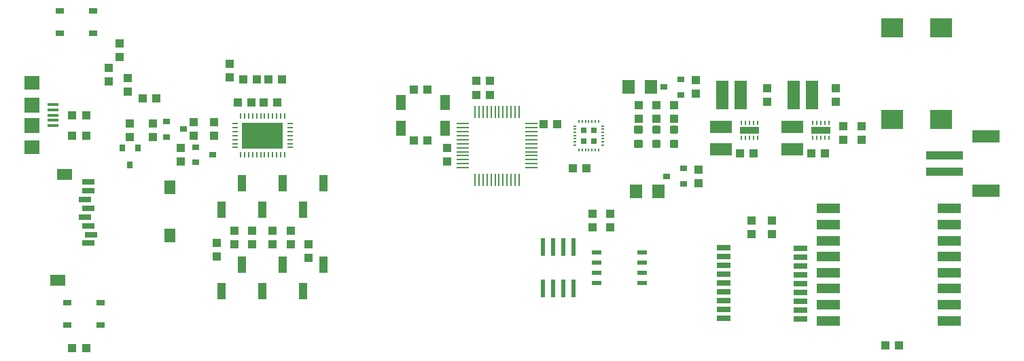
<source format=gtp>
G75*
%MOIN*%
%OFA0B0*%
%FSLAX25Y25*%
%IPPOS*%
%LPD*%
%AMOC8*
5,1,8,0,0,1.08239X$1,22.5*
%
%ADD10R,0.10630X0.06299*%
%ADD11R,0.04331X0.03937*%
%ADD12R,0.03937X0.04331*%
%ADD13C,0.01181*%
%ADD14R,0.06299X0.07087*%
%ADD15R,0.02362X0.08661*%
%ADD16R,0.05512X0.01378*%
%ADD17R,0.07480X0.07087*%
%ADD18R,0.07480X0.07480*%
%ADD19R,0.18110X0.03937*%
%ADD20R,0.13386X0.06299*%
%ADD21R,0.05906X0.14173*%
%ADD22R,0.03543X0.03150*%
%ADD23R,0.03150X0.03543*%
%ADD24R,0.04724X0.02362*%
%ADD25R,0.07480X0.05512*%
%ADD26R,0.05512X0.07087*%
%ADD27R,0.05906X0.02756*%
%ADD28R,0.00984X0.01969*%
%ADD29R,0.09449X0.03307*%
%ADD30R,0.05118X0.07480*%
%ADD31R,0.07087X0.02756*%
%ADD32R,0.00984X0.02756*%
%ADD33R,0.02756X0.00984*%
%ADD34R,0.20472X0.12598*%
%ADD35R,0.05906X0.01102*%
%ADD36R,0.01102X0.05906*%
%ADD37R,0.11811X0.04724*%
%ADD38R,0.02608X0.02608*%
%ADD39R,0.00787X0.01772*%
%ADD40R,0.01772X0.00787*%
%ADD41R,0.11024X0.09449*%
%ADD42R,0.04134X0.02559*%
%ADD43R,0.03937X0.07874*%
D10*
X0351256Y0113738D03*
X0351256Y0124762D03*
X0386256Y0124762D03*
X0386256Y0113738D03*
D11*
X0395409Y0111750D03*
X0402102Y0111750D03*
X0411256Y0118404D03*
X0420006Y0118404D03*
X0420006Y0125096D03*
X0411256Y0125096D03*
X0407506Y0137154D03*
X0407506Y0143846D03*
X0373756Y0143846D03*
X0373756Y0137154D03*
X0338756Y0140904D03*
X0338756Y0147596D03*
X0328131Y0135409D03*
X0319381Y0135409D03*
X0319381Y0128716D03*
X0328131Y0128716D03*
X0310631Y0128716D03*
X0310631Y0135409D03*
X0360409Y0111750D03*
X0367102Y0111750D03*
X0340006Y0103846D03*
X0340006Y0097154D03*
X0366256Y0078846D03*
X0376256Y0078846D03*
X0376256Y0072154D03*
X0366256Y0072154D03*
X0296881Y0075279D03*
X0288131Y0075279D03*
X0288131Y0081971D03*
X0296881Y0081971D03*
X0207102Y0118000D03*
X0200409Y0118000D03*
X0231034Y0140500D03*
X0237727Y0140500D03*
X0237727Y0147375D03*
X0231034Y0147375D03*
X0207102Y0143000D03*
X0200409Y0143000D03*
X0102506Y0126971D03*
X0092506Y0126971D03*
X0092506Y0120279D03*
X0102506Y0120279D03*
X0086256Y0114471D03*
X0086256Y0107779D03*
X0072506Y0119654D03*
X0061256Y0119654D03*
X0061256Y0126346D03*
X0072506Y0126346D03*
X0060006Y0142154D03*
X0060006Y0148846D03*
X0056256Y0159029D03*
X0056256Y0165721D03*
X0431659Y0017375D03*
X0438352Y0017375D03*
D12*
X0032909Y0016125D03*
X0039602Y0016125D03*
X0103756Y0060904D03*
X0103756Y0067596D03*
X0112506Y0067154D03*
X0121256Y0067154D03*
X0131256Y0067154D03*
X0140006Y0067154D03*
X0148756Y0066971D03*
X0148756Y0060279D03*
X0140006Y0073846D03*
X0131256Y0073846D03*
X0121256Y0073846D03*
X0112506Y0073846D03*
X0039602Y0120500D03*
X0032909Y0120500D03*
X0032909Y0130500D03*
X0039602Y0130500D03*
X0067284Y0138625D03*
X0073977Y0138625D03*
X0050631Y0147154D03*
X0050631Y0153846D03*
X0110006Y0155721D03*
X0110006Y0149029D03*
X0116659Y0148000D03*
X0123352Y0148000D03*
X0129159Y0148000D03*
X0135852Y0148000D03*
X0133352Y0136750D03*
X0126659Y0136750D03*
X0120852Y0136750D03*
X0114159Y0136750D03*
X0216881Y0114471D03*
X0216881Y0107779D03*
X0264159Y0126125D03*
X0270852Y0126125D03*
X0278534Y0104250D03*
X0285227Y0104250D03*
D13*
X0309253Y0117800D02*
X0312009Y0117800D01*
X0312009Y0115044D01*
X0309253Y0115044D01*
X0309253Y0117800D01*
X0309253Y0116224D02*
X0312009Y0116224D01*
X0312009Y0117404D02*
X0309253Y0117404D01*
X0309253Y0124706D02*
X0312009Y0124706D01*
X0312009Y0121950D01*
X0309253Y0121950D01*
X0309253Y0124706D01*
X0309253Y0123130D02*
X0312009Y0123130D01*
X0312009Y0124310D02*
X0309253Y0124310D01*
X0318003Y0124706D02*
X0320759Y0124706D01*
X0320759Y0121950D01*
X0318003Y0121950D01*
X0318003Y0124706D01*
X0318003Y0123130D02*
X0320759Y0123130D01*
X0320759Y0124310D02*
X0318003Y0124310D01*
X0326753Y0124706D02*
X0329509Y0124706D01*
X0329509Y0121950D01*
X0326753Y0121950D01*
X0326753Y0124706D01*
X0326753Y0123130D02*
X0329509Y0123130D01*
X0329509Y0124310D02*
X0326753Y0124310D01*
X0326753Y0117800D02*
X0329509Y0117800D01*
X0329509Y0115044D01*
X0326753Y0115044D01*
X0326753Y0117800D01*
X0326753Y0116224D02*
X0329509Y0116224D01*
X0329509Y0117404D02*
X0326753Y0117404D01*
X0320759Y0117800D02*
X0318003Y0117800D01*
X0320759Y0117800D02*
X0320759Y0115044D01*
X0318003Y0115044D01*
X0318003Y0117800D01*
X0318003Y0116224D02*
X0320759Y0116224D01*
X0320759Y0117404D02*
X0318003Y0117404D01*
D14*
X0320518Y0093000D03*
X0309494Y0093000D03*
X0305744Y0144250D03*
X0316768Y0144250D03*
D15*
X0278756Y0065736D03*
X0273756Y0065736D03*
X0268756Y0065736D03*
X0263756Y0065736D03*
X0263756Y0045264D03*
X0268756Y0045264D03*
X0273756Y0045264D03*
X0278756Y0045264D03*
D16*
X0023564Y0125382D03*
X0023564Y0127941D03*
X0023564Y0130500D03*
X0023564Y0133059D03*
X0023564Y0135618D03*
D17*
X0013131Y0146248D03*
X0013131Y0114752D03*
D18*
X0013131Y0125500D03*
X0013131Y0135500D03*
D19*
X0460751Y0110687D03*
X0460751Y0102813D03*
D20*
X0481224Y0093364D03*
X0481224Y0120136D03*
D21*
X0395783Y0140500D03*
X0386728Y0140500D03*
X0360783Y0140500D03*
X0351728Y0140500D03*
D22*
X0331443Y0140510D03*
X0323175Y0144250D03*
X0331443Y0147990D03*
X0332693Y0104240D03*
X0324425Y0100500D03*
X0332693Y0096760D03*
X0101837Y0111125D03*
X0093569Y0107385D03*
X0093569Y0114865D03*
X0087462Y0123625D03*
X0079194Y0127365D03*
X0079194Y0119885D03*
D23*
X0064996Y0114437D03*
X0057516Y0114437D03*
X0061256Y0106169D03*
D24*
X0290232Y0063000D03*
X0290232Y0058000D03*
X0290232Y0053000D03*
X0290232Y0048000D03*
X0312280Y0048000D03*
X0312280Y0053000D03*
X0312280Y0058000D03*
X0312280Y0063000D03*
D25*
X0029199Y0101425D03*
X0025656Y0049457D03*
D26*
X0080774Y0071504D03*
X0080774Y0095126D03*
D27*
X0040616Y0093551D03*
X0040616Y0097882D03*
X0039041Y0089220D03*
X0040616Y0084890D03*
X0039041Y0080559D03*
X0040616Y0076228D03*
X0042191Y0071898D03*
X0040616Y0067567D03*
D28*
X0361069Y0119260D03*
X0363037Y0119260D03*
X0365006Y0119260D03*
X0366974Y0119260D03*
X0368943Y0119260D03*
X0368943Y0126740D03*
X0366974Y0126740D03*
X0365006Y0126740D03*
X0363037Y0126740D03*
X0361069Y0126740D03*
X0396069Y0126740D03*
X0398037Y0126740D03*
X0400006Y0126740D03*
X0401974Y0126740D03*
X0403943Y0126740D03*
X0403943Y0119260D03*
X0401974Y0119260D03*
X0400006Y0119260D03*
X0398037Y0119260D03*
X0396069Y0119260D03*
D29*
X0400006Y0123000D03*
X0365006Y0123000D03*
D30*
X0215833Y0124201D03*
X0194179Y0124201D03*
X0194179Y0136799D03*
X0215833Y0136799D03*
D31*
X0352555Y0065500D03*
X0352555Y0061169D03*
X0352555Y0056839D03*
X0352555Y0052508D03*
X0352555Y0048177D03*
X0352555Y0043846D03*
X0352555Y0039516D03*
X0352555Y0035185D03*
X0352555Y0030854D03*
X0389957Y0030500D03*
X0389957Y0034831D03*
X0389957Y0039161D03*
X0389957Y0043492D03*
X0389957Y0047823D03*
X0389957Y0052154D03*
X0389957Y0056484D03*
X0389957Y0060815D03*
X0389957Y0065146D03*
D32*
X0137083Y0111051D03*
X0135114Y0111051D03*
X0133146Y0111051D03*
X0131177Y0111051D03*
X0129209Y0111051D03*
X0127240Y0111051D03*
X0125272Y0111051D03*
X0123303Y0111051D03*
X0121335Y0111051D03*
X0119366Y0111051D03*
X0117398Y0111051D03*
X0115429Y0111051D03*
X0115429Y0129949D03*
X0117398Y0129949D03*
X0119366Y0129949D03*
X0121335Y0129949D03*
X0123303Y0129949D03*
X0125272Y0129949D03*
X0127240Y0129949D03*
X0129209Y0129949D03*
X0131177Y0129949D03*
X0133146Y0129949D03*
X0135114Y0129949D03*
X0137083Y0129949D03*
D33*
X0139642Y0126406D03*
X0139642Y0124437D03*
X0139642Y0122469D03*
X0139642Y0120500D03*
X0139642Y0118531D03*
X0139642Y0116563D03*
X0139642Y0114594D03*
X0112870Y0114594D03*
X0112870Y0116563D03*
X0112870Y0118531D03*
X0112870Y0120500D03*
X0112870Y0122469D03*
X0112870Y0124437D03*
X0112870Y0126406D03*
D34*
X0126256Y0120500D03*
D35*
X0224524Y0120421D03*
X0224524Y0118453D03*
X0224524Y0116484D03*
X0224524Y0114516D03*
X0224524Y0112547D03*
X0224524Y0110579D03*
X0224524Y0108610D03*
X0224524Y0106642D03*
X0224524Y0104673D03*
X0257988Y0104673D03*
X0257988Y0106642D03*
X0257988Y0108610D03*
X0257988Y0110579D03*
X0257988Y0112547D03*
X0257988Y0114516D03*
X0257988Y0116484D03*
X0257988Y0118453D03*
X0257988Y0120421D03*
X0257988Y0122390D03*
X0257988Y0124358D03*
X0257988Y0126327D03*
X0224524Y0126327D03*
X0224524Y0124358D03*
X0224524Y0122390D03*
D36*
X0230429Y0132232D03*
X0232398Y0132232D03*
X0234366Y0132232D03*
X0236335Y0132232D03*
X0238303Y0132232D03*
X0240272Y0132232D03*
X0242240Y0132232D03*
X0244209Y0132232D03*
X0246177Y0132232D03*
X0248146Y0132232D03*
X0250114Y0132232D03*
X0252083Y0132232D03*
X0252083Y0098768D03*
X0250114Y0098768D03*
X0248146Y0098768D03*
X0246177Y0098768D03*
X0244209Y0098768D03*
X0242240Y0098768D03*
X0240272Y0098768D03*
X0238303Y0098768D03*
X0236335Y0098768D03*
X0234366Y0098768D03*
X0232398Y0098768D03*
X0230429Y0098768D03*
D37*
X0403916Y0084622D03*
X0403916Y0076748D03*
X0403916Y0068874D03*
X0403916Y0061000D03*
X0403916Y0053125D03*
X0403916Y0045251D03*
X0403916Y0037377D03*
X0403916Y0029503D03*
X0462971Y0029503D03*
X0462971Y0037377D03*
X0462971Y0045251D03*
X0462971Y0053125D03*
X0462971Y0061000D03*
X0462971Y0068874D03*
X0462971Y0076748D03*
X0462971Y0084622D03*
D38*
X0288864Y0117892D03*
X0283648Y0117892D03*
X0283648Y0123108D03*
X0288864Y0123108D03*
D39*
X0289406Y0127488D03*
X0290980Y0127488D03*
X0287831Y0127488D03*
X0286256Y0127488D03*
X0284681Y0127488D03*
X0283106Y0127488D03*
X0281531Y0127488D03*
X0281531Y0113512D03*
X0283106Y0113512D03*
X0284681Y0113512D03*
X0286256Y0113512D03*
X0287831Y0113512D03*
X0289406Y0113512D03*
X0290980Y0113512D03*
D40*
X0293244Y0115776D03*
X0293244Y0117350D03*
X0293244Y0118925D03*
X0293244Y0120500D03*
X0293244Y0122075D03*
X0293244Y0123650D03*
X0293244Y0125224D03*
X0279268Y0125224D03*
X0279268Y0123650D03*
X0279268Y0122075D03*
X0279268Y0120500D03*
X0279268Y0118925D03*
X0279268Y0117350D03*
X0279268Y0115776D03*
D41*
X0435053Y0128372D03*
X0459068Y0128372D03*
X0459068Y0173253D03*
X0435053Y0173253D03*
D42*
X0046925Y0038512D03*
X0030587Y0038512D03*
X0030587Y0027488D03*
X0046925Y0027488D03*
X0043175Y0170613D03*
X0026837Y0170613D03*
X0026837Y0181637D03*
X0043175Y0181637D03*
D43*
X0116256Y0096996D03*
X0136256Y0096996D03*
X0156256Y0096996D03*
X0146256Y0084004D03*
X0126256Y0084004D03*
X0106256Y0084004D03*
X0116256Y0056996D03*
X0136256Y0056996D03*
X0156256Y0056996D03*
X0146256Y0044004D03*
X0126256Y0044004D03*
X0106256Y0044004D03*
M02*

</source>
